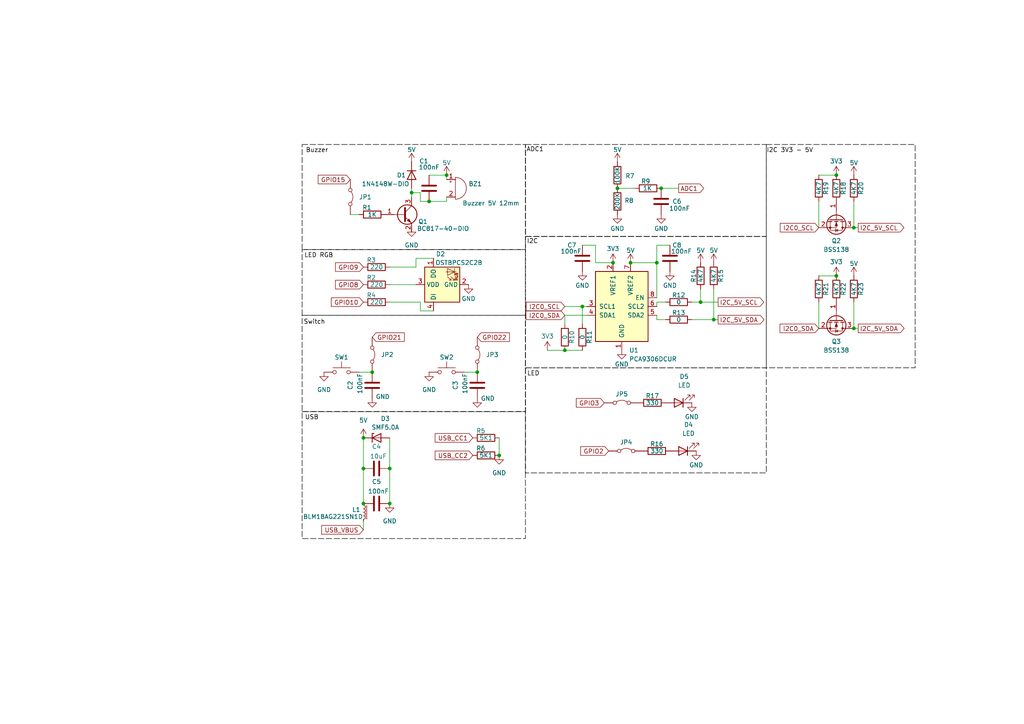
<source format=kicad_sch>
(kicad_sch (version 20250114) (generator "eeschema") (generator_version "9.0")
  (paper "A4")
  (title_block (title "Peripherals") (date "2025-10-26") (rev "1.0") (company "PKl"))
  (lib_symbols
    (symbol "Device:Buzzer" (pin_names (offset 0.0254) (hide yes))
      (property "Reference" "BZ" (at 3.81 1.27 0))
      (property "Value" "Buzzer" (at 3.81 -1.27 0))
      (symbol "Buzzer_0_1"
        (polyline (pts (xy -1.651 1.905) (xy -1.143 1.905)))
        (polyline (pts (xy -1.397 2.159) (xy -1.397 1.651)))
        (arc (start 0 3.175) (mid 3.1612 0) (end 0 -3.175))
        (polyline (pts (xy 0 3.175) (xy 0 -3.175)))
      )
      (symbol "Buzzer_1_1"
        (pin passive line (at -2.54 2.54 0) (length 2.54) (name "+") (number "1"))
        (pin passive line (at -2.54 -2.54 0) (length 2.54) (name "-") (number "2"))
      )
    )
    (symbol "Device:C" (pin_numbers (hide yes)) (pin_names (offset 0.254))
      (property "Reference" "C" (at 0.635 2.54 0))
      (property "Value" "C" (at 0.635 -2.54 0))
      (symbol "C_0_1"
        (polyline (pts (xy -2.032 0.762) (xy 2.032 0.762)) (stroke (width 0.508)))
        (polyline (pts (xy -2.032 -0.762) (xy 2.032 -0.762)) (stroke (width 0.508)))
      )
      (symbol "C_1_1"
        (pin passive line (at 0 3.81 270) (length 2.794) (name "~") (number "1"))
        (pin passive line (at 0 -3.81 90) (length 2.794) (name "~") (number "2"))
      )
    )
    (symbol "Device:LED" (pin_numbers (hide yes)) (pin_names (offset 1.016) (hide yes))
      (property "Reference" "D" (at 0 2.54 0))
      (property "Value" "LED" (at 0 -2.54 0))
      (symbol "LED_0_1"
        (polyline (pts (xy -3.048 -0.762) (xy -4.572 -2.286) (xy -3.81 -2.286) (xy -4.572 -2.286) (xy -4.572 -1.524)))
        (polyline (pts (xy -1.778 -0.762) (xy -3.302 -2.286) (xy -2.54 -2.286) (xy -3.302 -2.286) (xy -3.302 -1.524)))
        (polyline (pts (xy -1.27 0) (xy 1.27 0)))
        (polyline (pts (xy -1.27 -1.27) (xy -1.27 1.27)) (stroke (width 0.254)))
        (polyline (pts (xy 1.27 -1.27) (xy 1.27 1.27) (xy -1.27 0) (xy 1.27 -1.27)) (stroke (width 0.254)))
      )
      (symbol "LED_1_1"
        (pin passive line (at -3.81 0 0) (length 2.54) (name "K") (number "1"))
        (pin passive line (at 3.81 0 180) (length 2.54) (name "A") (number "2"))
      )
    )
    (symbol "Device:L_Ferrite_Small" (pin_numbers (hide yes)) (pin_names (offset 0.254) (hide yes))
      (property "Reference" "L" (at 1.27 1.016 0))
      (property "Value" "L_Ferrite_Small" (at 1.27 -1.27 0))
      (symbol "L_Ferrite_Small_0_1"
        (arc (start 0 2.032) (mid 0.5058 1.524) (end 0 1.016))
        (arc (start 0 1.016) (mid 0.5058 0.508) (end 0 0))
        (arc (start 0 0) (mid 0.5058 -0.508) (end 0 -1.016))
        (arc (start 0 -1.016) (mid 0.5058 -1.524) (end 0 -2.032))
        (polyline (pts (xy 0.762 1.651) (xy 0.762 1.905)))
        (polyline (pts (xy 0.762 1.143) (xy 0.762 1.397)))
        (polyline (pts (xy 0.762 0.635) (xy 0.762 0.889)))
        (polyline (pts (xy 0.762 0.127) (xy 0.762 0.381)))
        (polyline (pts (xy 0.762 -0.381) (xy 0.762 -0.127)))
        (polyline (pts (xy 0.762 -0.889) (xy 0.762 -0.635)))
        (polyline (pts (xy 0.762 -1.397) (xy 0.762 -1.143)))
        (polyline (pts (xy 0.762 -1.905) (xy 0.762 -1.651)))
        (polyline (pts (xy 1.016 1.905) (xy 1.016 1.651)))
        (polyline (pts (xy 1.016 1.397) (xy 1.016 1.143)))
        (polyline (pts (xy 1.016 0.889) (xy 1.016 0.635)))
        (polyline (pts (xy 1.016 0.381) (xy 1.016 0.127)))
        (polyline (pts (xy 1.016 -0.127) (xy 1.016 -0.381)))
        (polyline (pts (xy 1.016 -0.635) (xy 1.016 -0.889)))
        (polyline (pts (xy 1.016 -1.143) (xy 1.016 -1.397)))
        (polyline (pts (xy 1.016 -1.651) (xy 1.016 -1.905)))
      )
      (symbol "L_Ferrite_Small_1_1"
        (pin passive line (at 0 2.54 270) (length 0.508) (name "~") (number "1"))
        (pin passive line (at 0 -2.54 90) (length 0.508) (name "~") (number "2"))
      )
    )
    (symbol "Device:R" (pin_numbers (hide yes)) (pin_names (offset 0))
      (property "Reference" "R" (at 2.032 0 90))
      (property "Value" "R" (at 0 0 90))
      (symbol "R_0_1"
        (rectangle (start -1.016 -2.54) (end 1.016 2.54) (stroke (width 0.254)))
      )
      (symbol "R_1_1"
        (pin passive line (at 0 3.81 270) (length 1.27) (name "~") (number "1"))
        (pin passive line (at 0 -3.81 90) (length 1.27) (name "~") (number "2"))
      )
    )
    (symbol "Diode:1N4148W" (pin_numbers (hide yes)) (pin_names (hide yes))
      (property "Reference" "D" (at 0 2.54 0))
      (property "Value" "1N4148W" (at 0 -2.54 0))
      (symbol "1N4148W_0_1"
        (polyline (pts (xy -1.27 1.27) (xy -1.27 -1.27)) (stroke (width 0.254)))
        (polyline (pts (xy 1.27 1.27) (xy 1.27 -1.27) (xy -1.27 0) (xy 1.27 1.27)) (stroke (width 0.254)))
        (polyline (pts (xy 1.27 0) (xy -1.27 0)))
      )
      (symbol "1N4148W_1_1"
        (pin passive line (at -3.81 0 0) (length 2.54) (name "K") (number "1"))
        (pin passive line (at 3.81 0 180) (length 2.54) (name "A") (number "2"))
      )
    )
    (symbol "Diode:BZT52Bxx" (pin_numbers (hide yes)) (pin_names (hide yes))
      (property "Reference" "D" (at 0 2.54 0))
      (property "Value" "BZT52Bxx" (at 0 -2.54 0))
      (symbol "BZT52Bxx_0_1"
        (polyline (pts (xy -1.27 -1.27) (xy -1.27 1.27) (xy -0.762 1.27)) (stroke (width 0.254)))
        (polyline (pts (xy 1.27 0) (xy -1.27 0)))
        (polyline (pts (xy 1.27 -1.27) (xy 1.27 1.27) (xy -1.27 0) (xy 1.27 -1.27)) (stroke (width 0.254)))
      )
      (symbol "BZT52Bxx_1_1"
        (pin passive line (at -3.81 0 0) (length 2.54) (name "K") (number "1"))
        (pin passive line (at 3.81 0 180) (length 2.54) (name "A") (number "2"))
      )
    )
    (symbol "Interface:PCA9306" (pin_names (offset 1.016))
      (property "Reference" "U" (at -7.62 11.43 0))
      (property "Value" "PCA9306" (at 5.08 11.43 0))
      (symbol "PCA9306_0_1"
        (rectangle (start -7.62 10.16) (end 7.62 -10.16) (stroke (width 0.254)) (fill (type background)))
      )
      (symbol "PCA9306_1_1"
        (pin bidirectional line (at -10.16 0 0) (length 2.54) (name "SCL1") (number "3"))
        (pin bidirectional line (at -10.16 -2.54 0) (length 2.54) (name "SDA1") (number "4"))
        (pin power_in line (at -2.54 12.7 270) (length 2.54) (name "VREF1") (number "2"))
        (pin power_in line (at 0 -12.7 90) (length 2.54) (name "GND") (number "1"))
        (pin power_in line (at 2.54 12.7 270) (length 2.54) (name "VREF2") (number "7"))
        (pin input line (at 10.16 2.54 180) (length 2.54) (name "EN") (number "8"))
        (pin bidirectional line (at 10.16 0 180) (length 2.54) (name "SCL2") (number "6"))
        (pin bidirectional line (at 10.16 -2.54 180) (length 2.54) (name "SDA2") (number "5"))
      )
    )
    (symbol "Jumper:Jumper_2_Bridged" (pin_numbers (hide yes)) (pin_names (offset 0) (hide yes))
      (property "Reference" "JP" (at 0 1.905 0))
      (property "Value" "Jumper_2_Bridged" (at 0 -2.54 0))
      (symbol "Jumper_2_Bridged_0_0"
        (circle (center -2.032 0) (radius 0.508))
        (circle (center 2.032 0) (radius 0.508))
      )
      (symbol "Jumper_2_Bridged_0_1"
        (arc (start -1.524 0.254) (mid 0 0.762) (end 1.524 0.254))
      )
      (symbol "Jumper_2_Bridged_1_1"
        (pin passive line (at -5.08 0 0) (length 2.54) (name "A") (number "1"))
        (pin passive line (at 5.08 0 180) (length 2.54) (name "B") (number "2"))
      )
    )
    (symbol "LED:APA-106-F5"
      (property "Reference" "D" (at 5.08 5.715 0))
      (property "Value" "APA-106-F5" (at 1.27 -5.715 0))
      (symbol "APA-106-F5_0_0"
        (text "RGB" (at 2.286 -4.191 0) (effects (font (size 0.762 0.762))))
      )
      (symbol "APA-106-F5_0_1"
        (polyline (pts (xy 1.27 -2.54) (xy 1.778 -2.54)))
        (polyline (pts (xy 1.27 -3.556) (xy 1.778 -3.556)))
        (polyline (pts (xy 2.286 -1.524) (xy 1.27 -2.54) (xy 1.27 -2.032)))
        (polyline (pts (xy 2.286 -2.54) (xy 1.27 -3.556) (xy 1.27 -3.048)))
        (polyline (pts (xy 3.683 -1.016) (xy 3.683 -3.556) (xy 3.683 -4.064)))
        (polyline (pts (xy 4.699 -1.524) (xy 2.667 -1.524) (xy 3.683 -3.556) (xy 4.699 -1.524)))
        (polyline (pts (xy 4.699 -3.556) (xy 2.667 -3.556)))
        (rectangle (start 5.08 5.08) (end -5.08 -5.08) (stroke (width 0.254)) (fill (type background)))
      )
      (symbol "APA-106-F5_1_1"
        (pin input line (at -7.62 2.54 0) (length 2.54) (name "DI") (number "4"))
        (pin power_in line (at 0 7.62 270) (length 2.54) (name "VDD") (number "3"))
        (pin power_in line (at 0 -7.62 90) (length 2.54) (name "GND") (number "2"))
        (pin output line (at 7.62 2.54 180) (length 2.54) (name "DO") (number "1"))
      )
    )
    (symbol "Switch:SW_Push" (pin_numbers (hide yes)) (pin_names (offset 1.016) (hide yes))
      (property "Reference" "SW" (at 1.27 2.54 0))
      (property "Value" "SW_Push" (at 0 -1.524 0))
      (symbol "SW_Push_0_1"
        (circle (center -2.032 0) (radius 0.508))
        (polyline (pts (xy 0 1.27) (xy 0 3.048)))
        (circle (center 2.032 0) (radius 0.508))
        (polyline (pts (xy 2.54 1.27) (xy -2.54 1.27)))
        (pin passive line (at -5.08 0 0) (length 2.54) (name "1") (number "1"))
        (pin passive line (at 5.08 0 180) (length 2.54) (name "2") (number "2"))
      )
    )
    (symbol "Transistor_BJT:BC817" (pin_names (offset 0) (hide yes))
      (property "Reference" "Q" (at 5.08 1.905 0))
      (property "Value" "BC817" (at 5.08 0 0))
      (symbol "BC817_0_1"
        (polyline (pts (xy -2.54 0) (xy 0.635 0)))
        (polyline (pts (xy 0.635 1.905) (xy 0.635 -1.905)) (stroke (width 0.508)))
        (circle (center 1.27 0) (radius 2.8194) (stroke (width 0.254)))
      )
      (symbol "BC817_1_1"
        (polyline (pts (xy 0.635 0.635) (xy 2.54 2.54)))
        (polyline (pts (xy 0.635 -0.635) (xy 2.54 -2.54)))
        (polyline (pts (xy 1.27 -1.778) (xy 1.778 -1.27) (xy 2.286 -2.286) (xy 1.27 -1.778)) (fill (type outline)))
        (pin input line (at -5.08 0 0) (length 2.54) (name "B") (number "1"))
        (pin passive line (at 2.54 5.08 270) (length 2.54) (name "C") (number "3"))
        (pin passive line (at 2.54 -5.08 90) (length 2.54) (name "E") (number "2"))
      )
    )
    (symbol "Transistor_FET:BSS138" (pin_names (offset 0) (hide yes))
      (property "Reference" "Q" (at 5.08 1.905 0))
      (property "Value" "BSS138" (at 5.08 0 0))
      (symbol "BSS138_0_1"
        (polyline (pts (xy 0.254 1.905) (xy 0.254 -1.905)) (stroke (width 0.254)))
        (polyline (pts (xy 0.254 0) (xy -2.54 0)))
        (polyline (pts (xy 0.762 2.286) (xy 0.762 1.27)) (stroke (width 0.254)))
        (polyline (pts (xy 0.762 0.508) (xy 0.762 -0.508)) (stroke (width 0.254)))
        (polyline (pts (xy 0.762 -1.27) (xy 0.762 -2.286)) (stroke (width 0.254)))
        (polyline (pts (xy 0.762 -1.778) (xy 3.302 -1.778) (xy 3.302 1.778) (xy 0.762 1.778)))
        (polyline (pts (xy 1.016 0) (xy 2.032 0.381) (xy 2.032 -0.381) (xy 1.016 0)) (fill (type outline)))
        (circle (center 1.651 0) (radius 2.794) (stroke (width 0.254)))
        (polyline (pts (xy 2.54 2.54) (xy 2.54 1.778)))
        (circle (center 2.54 1.778) (radius 0.254) (fill (type outline)))
        (circle (center 2.54 -1.778) (radius 0.254) (fill (type outline)))
        (polyline (pts (xy 2.54 -2.54) (xy 2.54 0) (xy 0.762 0)))
        (polyline (pts (xy 2.921 0.381) (xy 3.683 0.381)))
        (polyline (pts (xy 3.302 0.381) (xy 2.921 -0.254) (xy 3.683 -0.254) (xy 3.302 0.381)))
      )
      (symbol "BSS138_1_1"
        (pin input line (at -5.08 0 0) (length 2.54) (name "G") (number "1"))
        (pin passive line (at 2.54 5.08 270) (length 2.54) (name "D") (number "3"))
        (pin passive line (at 2.54 -5.08 90) (length 2.54) (name "S") (number "2"))
      )
    )
    (symbol "power:+3.3V" (power) (pin_numbers (hide yes)) (pin_names (offset 0) (hide yes))
      (property "Value" "+3.3V" (at 0 3.556 0))
      (symbol "+3.3V_0_1"
        (polyline (pts (xy -0.762 1.27) (xy 0 2.54)))
        (polyline (pts (xy 0 2.54) (xy 0.762 1.27)))
        (polyline (pts (xy 0 0) (xy 0 2.54)))
      )
      (symbol "+3.3V_1_1"
        (pin power_in line (at 0 0 90) (length 0) (name "~") (number "1"))
      )
    )
    (symbol "power:+5V" (power) (pin_numbers (hide yes)) (pin_names (offset 0) (hide yes))
      (property "Value" "+5V" (at 0 3.556 0))
      (symbol "+5V_0_1"
        (polyline (pts (xy -0.762 1.27) (xy 0 2.54)))
        (polyline (pts (xy 0 2.54) (xy 0.762 1.27)))
        (polyline (pts (xy 0 0) (xy 0 2.54)))
      )
      (symbol "+5V_1_1"
        (pin power_in line (at 0 0 90) (length 0) (name "~") (number "1"))
      )
    )
    (symbol "power:GND" (power) (pin_numbers (hide yes)) (pin_names (offset 0) (hide yes))
      (property "Value" "GND" (at 0 -3.81 0))
      (symbol "GND_0_1"
        (polyline (pts (xy 0 0) (xy 0 -1.27) (xy 1.27 -1.27) (xy 0 -2.54) (xy -1.27 -1.27) (xy 0 -1.27)))
      )
      (symbol "GND_1_1"
        (pin power_in line (at 0 0 270) (length 0) (name "~") (number "1"))
      )
    )
  )
  (rectangle (start 87.63 119.38) (end 152.4 156.21) (stroke (width 0) (type dash) (color 0 0 0 1)))
  (rectangle (start 87.63 91.44) (end 152.4 119.38) (stroke (width 0) (type dash) (color 0 0 0 1)))
  (rectangle (start 222.25 41.91) (end 265.43 106.68) (stroke (width 0) (type dash) (color 0 0 0 1)))
  (rectangle (start 152.4 41.91) (end 222.25 68.58) (stroke (width 0) (type dash) (color 0 0 0 1)))
  (rectangle (start 87.63 72.39) (end 152.4 91.44) (stroke (width 0) (type dash) (color 0 0 0 1)))
  (rectangle (start 152.4 106.68) (end 222.25 137.16) (stroke (width 0) (type dash) (color 0 0 0 1)))
  (rectangle (start 87.63 41.91) (end 152.4 72.39) (stroke (width 0) (type dash) (color 0 0 0 1)))
  (rectangle (start 152.4 68.58) (end 222.25 106.68) (stroke (width 0) (type dash) (color 0 0 0 1)))
  (text "I2C 3V3 - 5V" (at 229.108 43.688 0) (effects (font (size 1.27 1.27))))
  (text "I2C" (at 154.432 70.104 0) (effects (font (size 1.27 1.27))))
  (text "LED RGB" (at 92.456 74.168 0) (effects (font (size 1.27 1.27))))
  (text "USB" (at 90.424 121.158 0) (effects (font (size 1.27 1.27))))
  (text "LED" (at 154.686 108.458 0) (effects (font (size 1.27 1.27))))
  (text "ADC1" (at 155.194 43.434 0) (effects (font (size 1.27 1.27))))
  (text "Buzzer" (at 91.948 43.688 0) (effects (font (size 1.27 1.27))))
  (text "Switch" (at 91.186 93.472 0) (effects (font (size 1.27 1.27))))
  (junction (at 179.07 54.61))
  (junction (at 107.95 107.95))
  (junction (at 163.83 101.6))
  (junction (at 105.41 135.89))
  (junction (at 191.77 54.61))
  (junction (at 129.54 50.8))
  (junction (at 113.03 146.05))
  (junction (at 138.43 107.95))
  (junction (at 168.91 88.9))
  (junction (at 177.8 76.2))
  (junction (at 124.46 58.42))
  (junction (at 105.41 127))
  (junction (at 247.65 66.04))
  (junction (at 203.2 87.63))
  (junction (at 119.38 55.88))
  (junction (at 190.5 76.2))
  (junction (at 207.01 92.71))
  (junction (at 182.88 76.2))
  (junction (at 242.57 80.01))
  (junction (at 105.41 146.05))
  (junction (at 144.78 132.08))
  (junction (at 242.57 50.8))
  (junction (at 113.03 135.89))
  (junction (at 247.65 95.25))
  (wire (pts (xy 163.83 88.9) (xy 168.91 88.9)))
  (wire (pts (xy 172.72 71.12) (xy 172.72 76.2)))
  (wire (pts (xy 182.88 76.2) (xy 190.5 76.2)))
  (wire (pts (xy 190.5 76.2) (xy 190.5 71.12)))
  (wire (pts (xy 203.2 87.63) (xy 200.66 87.63)))
  (wire (pts (xy 105.41 127) (xy 105.41 135.89)))
  (wire (pts (xy 168.91 88.9) (xy 170.18 88.9)))
  (wire (pts (xy 190.5 71.12) (xy 194.31 71.12)))
  (wire (pts (xy 120.65 77.47) (xy 113.03 77.47)))
  (wire (pts (xy 207.01 83.82) (xy 207.01 92.71)))
  (wire (pts (xy 124.46 58.42) (xy 121.92 58.42)))
  (wire (pts (xy 190.5 76.2) (xy 190.5 86.36)))
  (wire (pts (xy 163.83 91.44) (xy 163.83 93.98)))
  (wire (pts (xy 144.78 127) (xy 144.78 132.08)))
  (wire (pts (xy 107.95 107.95) (xy 104.14 107.95)))
  (wire (pts (xy 163.83 91.44) (xy 170.18 91.44)))
  (wire (pts (xy 237.49 87.63) (xy 237.49 95.25)))
  (wire (pts (xy 179.07 54.61) (xy 184.15 54.61)))
  (wire (pts (xy 203.2 83.82) (xy 203.2 87.63)))
  (wire (pts (xy 105.41 151.13) (xy 105.41 153.67)))
  (wire (pts (xy 163.83 101.6) (xy 168.91 101.6)))
  (wire (pts (xy 208.28 92.71) (xy 207.01 92.71)))
  (wire (pts (xy 200.66 92.71) (xy 207.01 92.71)))
  (wire (pts (xy 113.03 82.55) (xy 120.65 82.55)))
  (wire (pts (xy 121.92 58.42) (xy 121.92 55.88)))
  (wire (pts (xy 190.5 92.71) (xy 190.5 91.44)))
  (wire (pts (xy 190.5 87.63) (xy 193.04 87.63)))
  (wire (pts (xy 120.65 74.93) (xy 120.65 77.47)))
  (wire (pts (xy 129.54 58.42) (xy 129.54 57.15)))
  (wire (pts (xy 203.2 87.63) (xy 208.28 87.63)))
  (wire (pts (xy 113.03 135.89) (xy 113.03 146.05)))
  (wire (pts (xy 121.92 87.63) (xy 121.92 90.17)))
  (wire (pts (xy 168.91 88.9) (xy 168.91 93.98)))
  (wire (pts (xy 237.49 50.8) (xy 242.57 50.8)))
  (wire (pts (xy 247.65 58.42) (xy 247.65 66.04)))
  (wire (pts (xy 101.6 62.23) (xy 104.14 62.23)))
  (wire (pts (xy 247.65 95.25) (xy 248.92 95.25)))
  (wire (pts (xy 121.92 90.17) (xy 125.73 90.17)))
  (wire (pts (xy 119.38 67.31) (xy 119.38 66.04)))
  (wire (pts (xy 129.54 50.8) (xy 129.54 52.07)))
  (wire (pts (xy 129.54 50.8) (xy 124.46 50.8)))
  (wire (pts (xy 190.5 88.9) (xy 190.5 87.63)))
  (wire (pts (xy 113.03 127) (xy 113.03 135.89)))
  (wire (pts (xy 191.77 54.61) (xy 196.85 54.61)))
  (wire (pts (xy 119.38 54.61) (xy 119.38 55.88)))
  (wire (pts (xy 247.65 87.63) (xy 247.65 95.25)))
  (wire (pts (xy 105.41 135.89) (xy 105.41 146.05)))
  (wire (pts (xy 237.49 58.42) (xy 237.49 66.04)))
  (wire (pts (xy 158.75 101.6) (xy 163.83 101.6)))
  (wire (pts (xy 190.5 92.71) (xy 193.04 92.71)))
  (wire (pts (xy 172.72 71.12) (xy 168.91 71.12)))
  (wire (pts (xy 124.46 58.42) (xy 129.54 58.42)))
  (wire (pts (xy 119.38 57.15) (xy 119.38 55.88)))
  (wire (pts (xy 138.43 107.95) (xy 134.62 107.95)))
  (wire (pts (xy 121.92 55.88) (xy 119.38 55.88)))
  (wire (pts (xy 113.03 87.63) (xy 121.92 87.63)))
  (wire (pts (xy 247.65 66.04) (xy 248.92 66.04)))
  (wire (pts (xy 120.65 74.93) (xy 125.73 74.93)))
  (wire (pts (xy 177.8 76.2) (xy 172.72 76.2)))
  (wire (pts (xy 237.49 80.01) (xy 242.57 80.01)))
  (global_label "USB_CC1" (shape input) (at 137.16 127 180) (property "Intersheetrefs" "${INTERSHEET_REFS}" (effects (hide yes))))
  (global_label "USB_VBUS" (shape input) (at 105.41 153.67 180) (property "Intersheetrefs" "${INTERSHEET_REFS}" (effects (hide yes))))
  (global_label "ADC1" (shape output) (at 196.85 54.61 0) (property "Intersheetrefs" "${INTERSHEET_REFS}" (effects (hide yes))))
  (global_label "I2C0_SCL" (shape input) (at 237.49 66.04 180) (property "Intersheetrefs" "${INTERSHEET_REFS}" (effects (hide yes))))
  (global_label "I2C_5V_SCL" (shape output) (at 248.92 66.04 0) (property "Intersheetrefs" "${INTERSHEET_REFS}" (effects (hide yes))))
  (global_label "GPIO10" (shape input) (at 105.41 87.63 180) (property "Intersheetrefs" "${INTERSHEET_REFS}" (effects (hide yes))))
  (global_label "GPIO9" (shape input) (at 105.41 77.47 180) (property "Intersheetrefs" "${INTERSHEET_REFS}" (effects (hide yes))))
  (global_label "I2C0_SCL" (shape input) (at 163.83 88.9 180) (property "Intersheetrefs" "${INTERSHEET_REFS}" (effects (hide yes))))
  (global_label "GPIO22" (shape input) (at 138.43 97.79 0) (property "Intersheetrefs" "${INTERSHEET_REFS}" (effects (hide yes))))
  (global_label "USB_CC2" (shape input) (at 137.16 132.08 180) (property "Intersheetrefs" "${INTERSHEET_REFS}" (effects (hide yes))))
  (global_label "I2C0_SDA" (shape input) (at 163.83 91.44 180) (property "Intersheetrefs" "${INTERSHEET_REFS}" (effects (hide yes))))
  (global_label "GPIO3" (shape input) (at 175.26 116.84 180) (property "Intersheetrefs" "${INTERSHEET_REFS}" (effects (hide yes))))
  (global_label "I2C_5V_SCL" (shape output) (at 208.28 87.63 0) (property "Intersheetrefs" "${INTERSHEET_REFS}" (effects (hide yes))))
  (global_label "I2C_5V_SDA" (shape output) (at 248.92 95.25 0) (property "Intersheetrefs" "${INTERSHEET_REFS}" (effects (hide yes))))
  (global_label "I2C0_SDA" (shape input) (at 237.49 95.25 180) (property "Intersheetrefs" "${INTERSHEET_REFS}" (effects (hide yes))))
  (global_label "GPIO21" (shape input) (at 107.95 97.79 0) (property "Intersheetrefs" "${INTERSHEET_REFS}" (effects (hide yes))))
  (global_label "GPIO8" (shape input) (at 105.41 82.55 180) (property "Intersheetrefs" "${INTERSHEET_REFS}" (effects (hide yes))))
  (global_label "GPIO15" (shape input) (at 101.6 52.07 180) (property "Intersheetrefs" "${INTERSHEET_REFS}" (effects (hide yes))))
  (global_label "I2C_5V_SDA" (shape output) (at 208.28 92.71 0) (property "Intersheetrefs" "${INTERSHEET_REFS}" (effects (hide yes))))
  (global_label "GPIO2" (shape input) (at 176.53 130.81 180) (property "Intersheetrefs" "${INTERSHEET_REFS}" (effects (hide yes))))
  (symbol (lib_id "Device:Buzzer") (at 132.08 54.61 0) (unit 1)
    (property "Reference" "BZ1" (at 135.89 53.3399 0) (effects (justify left)))
    (property "Value" "Buzzer 5V 12mm" (at 134.112 58.928 0) (effects (justify left)))
    (property "Footprint" "Buzzer_Beeper:Buzzer_12x9.5RM7.6" (effects (hide yes)))
    (property "Description" "Buzzer, polarized" (effects (hide yes)))
  )
  (symbol (lib_id "Device:R") (at 140.97 132.08 270) (unit 1)
    (property "Reference" "R6" (at 139.446 130.048 90))
    (property "Value" "5K1" (at 140.97 132.08 90))
    (property "Footprint" "Resistor_SMD:R_0805_2012Metric" (effects (hide yes)))
    (property "Description" "Resistor" (effects (hide yes)))
  )
  (symbol (lib_id "Jumper:Jumper_2_Bridged") (at 138.43 102.87 270) (unit 1)
    (property "Reference" "JP3" (at 140.97 102.8699 90) (effects (justify left)))
    (property "Value" "Jumper_2_Bridged" (effects (hide yes)))
    (property "Footprint" "Connector_PinHeader_2.54mm:PinHeader_1x02_P2.54mm_Vertical" (effects (hide yes)))
    (property "Description" "Jumper, 2-pole, closed/bridged" (effects (hide yes)))
  )
  (symbol (lib_id "Device:C") (at 168.91 74.93 0) (unit 1)
    (property "Reference" "C7" (at 165.862 71.12 0))
    (property "Value" "100nF" (at 165.608 72.898 0))
    (property "Footprint" "Capacitor_SMD:C_0805_2012Metric" (effects (hide yes)))
    (property "Description" "Unpolarized capacitor" (effects (hide yes)))
  )
  (symbol (lib_id "power:+5V") (at 247.65 80.01 0) (unit 1)
    (property "Reference" "#PWR022" (effects (hide yes)))
    (property "Value" "5V" (at 247.65 76.454 0))
    (property "Description" "Power symbol creates a global label with name \"+5V\"" (effects (hide yes)))
  )
  (symbol (lib_id "Device:R") (at 196.85 87.63 270) (unit 1)
    (property "Reference" "R12" (at 196.85 85.598 90))
    (property "Value" "0" (at 196.85 87.63 90))
    (property "Footprint" "Resistor_SMD:R_0805_2012Metric" (effects (hide yes)))
    (property "Description" "Resistor" (effects (hide yes)))
  )
  (symbol (lib_id "Device:R") (at 187.96 54.61 270) (unit 1)
    (property "Reference" "R9" (at 185.928 52.578 90) (effects (justify left)))
    (property "Value" "1K" (at 186.436 54.61 90) (effects (justify left)))
    (property "Footprint" "Resistor_SMD:R_0805_2012Metric" (effects (hide yes)))
    (property "Description" "Resistor" (effects (hide yes)))
  )
  (symbol (lib_id "Device:R") (at 237.49 83.82 180) (unit 1)
    (property "Reference" "R21" (at 239.522 83.82 90))
    (property "Value" "4K7" (at 237.49 83.82 90))
    (property "Footprint" "Resistor_SMD:R_0805_2012Metric" (effects (hide yes)))
    (property "Description" "Resistor" (effects (hide yes)))
  )
  (symbol (lib_id "Device:R") (at 196.85 92.71 270) (unit 1)
    (property "Reference" "R13" (at 196.85 90.678 90))
    (property "Value" "0" (at 196.85 92.71 90))
    (property "Footprint" "Resistor_SMD:R_0805_2012Metric" (effects (hide yes)))
    (property "Description" "Resistor" (effects (hide yes)))
  )
  (symbol (lib_id "Device:R") (at 203.2 80.01 0) (unit 1)
    (property "Reference" "R14" (at 201.168 80.01 90))
    (property "Value" "4K7" (at 203.2 80.01 90))
    (property "Footprint" "Resistor_SMD:R_0805_2012Metric" (effects (hide yes)))
    (property "Description" "Resistor" (effects (hide yes)))
  )
  (symbol (lib_id "Diode:1N4148W") (at 119.38 50.8 270) (unit 1)
    (property "Reference" "D1" (at 115.062 50.8 90) (effects (justify left)))
    (property "Value" "1N4148W-DIO" (at 104.902 53.34 90) (effects (justify left)))
    (property "Footprint" "Diode_SMD:D_SOD-123F" (effects (hide yes)))
    (property "Datasheet" "https://www.vishay.com/docs/85748/1n4148w.pdf" (effects (hide yes)))
    (property "Description" "75V 0.15A Fast Switching Diode, SOD-123" (effects (hide yes)))
    (property "Sim.Device" "D" (effects (hide yes)))
    (property "Sim.Pins" "1=K 2=A" (effects (hide yes)))
  )
  (symbol (lib_id "Device:R") (at 179.07 58.42 0) (unit 1)
    (property "Reference" "R8" (at 181.102 58.166 0) (effects (justify left)))
    (property "Value" "200K" (at 179.07 60.96 90) (effects (justify left)))
    (property "Footprint" "Resistor_SMD:R_0805_2012Metric" (effects (hide yes)))
    (property "Description" "Resistor" (effects (hide yes)))
  )
  (symbol (lib_id "Device:C") (at 109.22 146.05 270) (unit 1)
    (property "Reference" "C5" (at 109.22 139.7 90))
    (property "Value" "100nF" (at 109.728 142.494 90))
    (property "Footprint" "Capacitor_SMD:C_0805_2012Metric" (effects (hide yes)))
    (property "Description" "Unpolarized capacitor" (effects (hide yes)))
  )
  (symbol (lib_id "power:GND") (at 93.98 107.95 0) (unit 1)
    (property "Reference" "#PWR037" (effects (hide yes)))
    (property "Value" "GND" (at 93.98 113.03 0))
    (property "Description" "Power symbol creates a global label with name \"GND\" , ground" (effects (hide yes)))
  )
  (symbol (lib_id "Jumper:Jumper_2_Bridged") (at 107.95 102.87 270) (unit 1)
    (property "Reference" "JP2" (at 110.49 102.8699 90) (effects (justify left)))
    (property "Value" "Jumper_2_Bridged" (effects (hide yes)))
    (property "Footprint" "Connector_PinHeader_2.54mm:PinHeader_1x02_P2.54mm_Vertical" (effects (hide yes)))
    (property "Description" "Jumper, 2-pole, closed/bridged" (effects (hide yes)))
  )
  (symbol (lib_id "power:GND") (at 179.07 62.23 0) (unit 1)
    (property "Reference" "#PWR082" (effects (hide yes)))
    (property "Value" "GND" (at 179.07 66.294 0))
    (property "Description" "Power symbol creates a global label with name \"GND\" , ground" (effects (hide yes)))
  )
  (symbol (lib_id "Device:R") (at 207.01 80.01 180) (unit 1)
    (property "Reference" "R15" (at 209.042 80.01 90))
    (property "Value" "4K7" (at 207.01 80.01 90))
    (property "Footprint" "Resistor_SMD:R_0805_2012Metric" (effects (hide yes)))
    (property "Description" "Resistor" (effects (hide yes)))
  )
  (symbol (lib_id "Device:R") (at 237.49 54.61 180) (unit 1)
    (property "Reference" "R19" (at 239.522 54.61 90))
    (property "Value" "4K7" (at 237.49 54.61 90))
    (property "Footprint" "Resistor_SMD:R_0805_2012Metric" (effects (hide yes)))
    (property "Description" "Resistor" (effects (hide yes)))
  )
  (symbol (lib_id "power:GND") (at 191.77 62.23 0) (unit 1)
    (property "Reference" "#PWR084" (effects (hide yes)))
    (property "Value" "GND" (at 191.77 66.294 0))
    (property "Description" "Power symbol creates a global label with name \"GND\" , ground" (effects (hide yes)))
  )
  (symbol (lib_id "Jumper:Jumper_2_Bridged") (at 101.6 57.15 270) (unit 1)
    (property "Reference" "JP1" (at 104.14 57.1499 90) (effects (justify left)))
    (property "Value" "Jumper_2_Bridged" (effects (hide yes)))
    (property "Footprint" "Connector_PinHeader_2.54mm:PinHeader_1x02_P2.54mm_Vertical" (effects (hide yes)))
    (property "Description" "Jumper, 2-pole, closed/bridged" (effects (hide yes)))
  )
  (symbol (lib_id "power:GND") (at 119.38 66.04 0) (unit 1)
    (property "Reference" "#PWR039" (effects (hide yes)))
    (property "Value" "GND" (at 119.38 71.12 0))
    (property "Description" "Power symbol creates a global label with name \"GND\" , ground" (effects (hide yes)))
  )
  (symbol (lib_id "Device:LED") (at 198.12 130.81 180) (unit 1)
    (property "Reference" "D4" (at 199.7075 123.19 0))
    (property "Value" "LED" (at 199.7075 125.73 0))
    (property "Footprint" "LED_SMD:LED_0805_2012Metric" (effects (hide yes)))
    (property "Description" "Light emitting diode" (effects (hide yes)))
    (property "Sim.Pins" "1=K 2=A" (effects (hide yes)))
  )
  (symbol (lib_id "Device:R") (at 109.22 77.47 270) (unit 1)
    (property "Reference" "R3" (at 107.696 75.438 90))
    (property "Value" "220" (at 109.22 77.47 90))
    (property "Footprint" "Resistor_SMD:R_0805_2012Metric" (effects (hide yes)))
    (property "Description" "Resistor" (effects (hide yes)))
  )
  (symbol (lib_id "power:GND") (at 135.89 82.55 0) (unit 1)
    (property "Reference" "#PWR036" (effects (hide yes)))
    (property "Value" "GND" (at 135.89 86.614 0))
    (property "Description" "Power symbol creates a global label with name \"GND\" , ground" (effects (hide yes)))
  )
  (symbol (lib_id "power:GND") (at 113.03 146.05 0) (unit 1)
    (property "Reference" "#PWR073" (effects (hide yes)))
    (property "Value" "GND" (at 113.03 151.13 0))
    (property "Description" "Power symbol creates a global label with name \"GND\" , ground" (effects (hide yes)))
  )
  (symbol (lib_id "power:+5V") (at 105.41 127 0) (unit 1)
    (property "Reference" "#PWR075" (effects (hide yes)))
    (property "Value" "5V" (at 105.41 121.92 0))
    (property "Description" "Power symbol creates a global label with name \"+5V\"" (effects (hide yes)))
  )
  (symbol (lib_id "Device:LED") (at 196.85 116.84 180) (unit 1)
    (property "Reference" "D5" (at 198.4375 109.22 0))
    (property "Value" "LED" (at 198.4375 111.76 0))
    (property "Footprint" "LED_SMD:LED_0805_2012Metric" (effects (hide yes)))
    (property "Description" "Light emitting diode" (effects (hide yes)))
    (property "Sim.Pins" "1=K 2=A" (effects (hide yes)))
  )
  (symbol (lib_id "Device:R") (at 247.65 54.61 180) (unit 1)
    (property "Reference" "R20" (at 249.682 54.61 90))
    (property "Value" "4K7" (at 247.65 54.61 90))
    (property "Footprint" "Resistor_SMD:R_0805_2012Metric" (effects (hide yes)))
    (property "Description" "Resistor" (effects (hide yes)))
  )
  (symbol (lib_id "power:GND") (at 107.95 115.57 0) (unit 1)
    (property "Reference" "#PWR076" (effects (hide yes)))
    (property "Value" "GND" (at 110.998 115.062 0))
    (property "Description" "Power symbol creates a global label with name \"GND\" , ground" (effects (hide yes)))
  )
  (symbol (lib_id "power:+5V") (at 182.88 76.2 0) (unit 1)
    (property "Reference" "#PWR088" (effects (hide yes)))
    (property "Value" "5V" (at 182.88 72.644 0))
    (property "Description" "Power symbol creates a global label with name \"+5V\"" (effects (hide yes)))
  )
  (symbol (lib_id "power:GND") (at 138.43 115.57 0) (unit 1)
    (property "Reference" "#PWR0106" (effects (hide yes)))
    (property "Value" "GND" (at 141.478 115.57 0))
    (property "Description" "Power symbol creates a global label with name \"GND\" , ground" (effects (hide yes)))
  )
  (symbol (lib_id "power:GND") (at 200.66 116.84 0) (unit 1)
    (property "Reference" "#PWR052" (effects (hide yes)))
    (property "Value" "GND" (at 200.66 120.904 0))
    (property "Description" "Power symbol creates a global label with name \"GND\" , ground" (effects (hide yes)))
  )
  (symbol (lib_id "Device:R") (at 140.97 127 270) (unit 1)
    (property "Reference" "R5" (at 139.446 124.968 90))
    (property "Value" "5K1" (at 140.97 127 90))
    (property "Footprint" "Resistor_SMD:R_0805_2012Metric" (effects (hide yes)))
    (property "Description" "Resistor" (effects (hide yes)))
  )
  (symbol (lib_id "Device:C") (at 138.43 111.76 0) (unit 1)
    (property "Reference" "C3" (at 132.08 111.76 90))
    (property "Value" "100nF" (at 134.874 111.252 90))
    (property "Footprint" "Capacitor_SMD:C_0805_2012Metric" (effects (hide yes)))
    (property "Description" "Unpolarized capacitor" (effects (hide yes)))
  )
  (symbol (lib_id "Device:R") (at 190.5 130.81 270) (unit 1)
    (property "Reference" "R16" (at 190.5 128.778 90))
    (property "Value" "330" (at 190.5 130.81 90))
    (property "Footprint" "Resistor_SMD:R_0805_2012Metric" (effects (hide yes)))
    (property "Description" "Resistor" (effects (hide yes)))
  )
  (symbol (lib_id "power:+3.3V") (at 177.8 76.2 0) (unit 1)
    (property "Reference" "#PWR087" (effects (hide yes)))
    (property "Value" "3V3" (at 177.8 72.136 0))
    (property "Description" "Power symbol creates a global label with name \"+3.3V\"" (effects (hide yes)))
  )
  (symbol (lib_id "power:GND") (at 180.34 101.6 0) (unit 1)
    (property "Reference" "#PWR086" (effects (hide yes)))
    (property "Value" "GND" (at 180.34 105.664 0))
    (property "Description" "Power symbol creates a global label with name \"GND\" , ground" (effects (hide yes)))
  )
  (symbol (lib_id "Device:R") (at 109.22 87.63 270) (unit 1)
    (property "Reference" "R4" (at 107.696 85.598 90))
    (property "Value" "220" (at 109.22 87.63 90))
    (property "Footprint" "Resistor_SMD:R_0805_2012Metric" (effects (hide yes)))
    (property "Description" "Resistor" (effects (hide yes)))
  )
  (symbol (lib_id "Transistor_FET:BSS138") (at 242.57 92.71 270) (unit 1)
    (property "Reference" "Q3" (at 242.57 99.06 90))
    (property "Value" "BSS138" (at 242.57 101.6 90))
    (property "Footprint" "Package_TO_SOT_SMD:SOT-23" (effects (hide yes)))
    (property "Datasheet" "https://www.onsemi.com/pub/Collateral/BSS138-D.PDF" (effects (hide yes)))
    (property "Description" "50V Vds, 0.22A Id, N-Channel MOSFET, SOT-23" (effects (hide yes)))
  )
  (symbol (lib_id "power:GND") (at 201.93 130.81 0) (unit 1)
    (property "Reference" "#PWR051" (effects (hide yes)))
    (property "Value" "GND" (at 201.93 134.874 0))
    (property "Description" "Power symbol creates a global label with name \"GND\" , ground" (effects (hide yes)))
  )
  (symbol (lib_id "Transistor_BJT:BC817") (at 116.84 62.23 0) (unit 1)
    (property "Reference" "Q1" (at 122.682 64.262 0))
    (property "Value" "BC817-40-DIO" (at 128.524 66.294 0))
    (property "Footprint" "Package_TO_SOT_SMD:SOT-23" (effects (hide yes)))
    (property "Datasheet" "https://www.onsemi.com/pub/Collateral/BC818-D.pdf" (effects (hide yes)))
    (property "Description" "0.8A Ic, 45V Vce, NPN Transistor, SOT-23" (effects (hide yes)))
  )
  (symbol (lib_id "Diode:BZT52Bxx") (at 109.22 127 0) (unit 1)
    (property "Reference" "D3" (at 111.76 121.412 0))
    (property "Value" "SMF5.0A" (at 111.76 123.952 0))
    (property "Footprint" "Diode_SMD:D_SOD-123F" (effects (hide yes)))
    (property "Datasheet" "https://diotec.com/tl_files/diotec/files/pdf/datasheets/bzt52b2v4.pdf" (effects (hide yes)))
    (property "Description" "500mW Zener Diode, SOD-123F" (effects (hide yes)))
  )
  (symbol (lib_id "Device:R") (at 107.95 62.23 270) (unit 1)
    (property "Reference" "R1" (at 106.426 60.198 90))
    (property "Value" "1K" (at 107.95 62.23 90))
    (property "Footprint" "Resistor_SMD:R_0805_2012Metric" (effects (hide yes)))
    (property "Description" "Resistor" (effects (hide yes)))
  )
  (symbol (lib_id "power:+5V") (at 129.54 50.8 0) (unit 1)
    (property "Reference" "#PWR034" (effects (hide yes)))
    (property "Value" "5V" (at 129.54 47.244 0))
    (property "Description" "Power symbol creates a global label with name \"+5V\"" (effects (hide yes)))
  )
  (symbol (lib_id "Device:L_Ferrite_Small") (at 105.41 148.59 0) (unit 1)
    (property "Reference" "L1" (at 102.108 147.828 0) (effects (justify left)))
    (property "Value" "BLM18AG221SN1D" (at 87.884 149.86 0) (effects (justify left)))
    (property "Footprint" "Inductor_SMD:L_0603_1608Metric" (effects (hide yes)))
    (property "Description" "Inductor with ferrite core, small symbol" (effects (hide yes)))
  )
  (symbol (lib_id "power:+5V") (at 207.01 76.2 0) (unit 1)
    (property "Reference" "#PWR090" (effects (hide yes)))
    (property "Value" "5V" (at 207.01 72.644 0))
    (property "Description" "Power symbol creates a global label with name \"+5V\"" (effects (hide yes)))
  )
  (symbol (lib_id "Device:R") (at 179.07 50.8 0) (unit 1)
    (property "Reference" "R7" (at 181.356 51.054 0) (effects (justify left)))
    (property "Value" "100K" (at 179.07 53.34 90) (effects (justify left)))
    (property "Footprint" "Resistor_SMD:R_0805_2012Metric" (effects (hide yes)))
    (property "Description" "Resistor" (effects (hide yes)))
  )
  (symbol (lib_id "power:+3.3V") (at 158.75 101.6 0) (unit 1)
    (property "Reference" "#PWR0120" (effects (hide yes)))
    (property "Value" "3V3" (at 158.75 97.536 0))
    (property "Description" "Power symbol creates a global label with name \"+3.3V\"" (effects (hide yes)))
  )
  (symbol (lib_id "power:GND") (at 124.46 107.95 0) (unit 1)
    (property "Reference" "#PWR033" (effects (hide yes)))
    (property "Value" "GND" (at 124.46 113.03 0))
    (property "Description" "Power symbol creates a global label with name \"GND\" , ground" (effects (hide yes)))
  )
  (symbol (lib_id "Device:R") (at 242.57 54.61 180) (unit 1)
    (property "Reference" "R18" (at 244.602 54.61 90))
    (property "Value" "4K7" (at 242.57 54.61 90))
    (property "Footprint" "Resistor_SMD:R_0805_2012Metric" (effects (hide yes)))
    (property "Description" "Resistor" (effects (hide yes)))
  )
  (symbol (lib_id "Device:R") (at 163.83 97.79 180) (unit 1)
    (property "Reference" "R10" (at 165.862 97.79 90))
    (property "Value" "0" (at 163.83 97.79 90))
    (property "Footprint" "Resistor_SMD:R_0805_2012Metric" (effects (hide yes)))
    (property "Description" "Resistor" (effects (hide yes)))
  )
  (symbol (lib_id "Transistor_FET:BSS138") (at 242.57 63.5 270) (unit 1)
    (property "Reference" "Q2" (at 242.57 69.85 90))
    (property "Value" "BSS138" (at 242.57 72.39 90))
    (property "Footprint" "Package_TO_SOT_SMD:SOT-23" (effects (hide yes)))
    (property "Datasheet" "https://www.onsemi.com/pub/Collateral/BSS138-D.PDF" (effects (hide yes)))
    (property "Description" "50V Vds, 0.22A Id, N-Channel MOSFET, SOT-23" (effects (hide yes)))
  )
  (symbol (lib_id "power:GND") (at 194.31 78.74 0) (unit 1)
    (property "Reference" "#PWR091" (effects (hide yes)))
    (property "Value" "GND" (at 194.31 82.804 0))
    (property "Description" "Power symbol creates a global label with name \"GND\" , ground" (effects (hide yes)))
  )
  (symbol (lib_id "power:+5V") (at 247.65 50.8 0) (unit 1)
    (property "Reference" "#PWR023" (effects (hide yes)))
    (property "Value" "5V" (at 247.65 47.244 0))
    (property "Description" "Power symbol creates a global label with name \"+5V\"" (effects (hide yes)))
  )
  (symbol (lib_id "Device:R") (at 189.23 116.84 270) (unit 1)
    (property "Reference" "R17" (at 189.23 114.808 90))
    (property "Value" "330" (at 189.23 116.84 90))
    (property "Footprint" "Resistor_SMD:R_0805_2012Metric" (effects (hide yes)))
    (property "Description" "Resistor" (effects (hide yes)))
  )
  (symbol (lib_id "Device:C") (at 191.77 58.42 0) (unit 1)
    (property "Reference" "C6" (at 196.342 58.42 0))
    (property "Value" "100nF" (at 197.104 60.452 0))
    (property "Footprint" "Capacitor_SMD:C_0805_2012Metric" (effects (hide yes)))
    (property "Description" "Unpolarized capacitor" (effects (hide yes)))
  )
  (symbol (lib_id "Switch:SW_Push") (at 129.54 107.95 0) (unit 1)
    (property "Reference" "SW2" (at 129.54 103.632 0))
    (property "Value" "Tact Switch 6x6mm / 13mm" (effects (hide yes)))
    (property "Footprint" "Button_Switch_THT:SW_PUSH_6mm" (effects (hide yes)))
    (property "Description" "Push button switch, generic, two pins" (effects (hide yes)))
  )
  (symbol (lib_id "Jumper:Jumper_2_Bridged") (at 180.34 116.84 0) (unit 1)
    (property "Reference" "JP5" (at 180.34 114.3 0))
    (property "Value" "Jumper_2_Bridged" (effects (hide yes)))
    (property "Footprint" "Connector_PinHeader_2.54mm:PinHeader_1x02_P2.54mm_Vertical" (effects (hide yes)))
    (property "Description" "Jumper, 2-pole, closed/bridged" (effects (hide yes)))
  )
  (symbol (lib_id "power:+5V") (at 119.38 46.99 0) (unit 1)
    (property "Reference" "#PWR038" (effects (hide yes)))
    (property "Value" "5V" (at 119.38 43.434 0))
    (property "Description" "Power symbol creates a global label with name \"+5V\"" (effects (hide yes)))
  )
  (symbol (lib_id "Interface:PCA9306") (at 180.34 88.9 0) (unit 1)
    (property "Reference" "U1" (at 182.4833 101.6 0) (effects (justify left)))
    (property "Value" "PCA9306DCUR" (at 182.4833 104.14 0) (effects (justify left)))
    (property "Footprint" "Package_SO:VSSOP-8_2.3x2mm_P0.5mm" (effects (hide yes)))
    (property "Datasheet" "http://www.ti.com/lit/ds/symlink/pca9306.pdf" (effects (hide yes)))
    (property "Description" "Dual bidirectional I2C Bus and SMBus voltage level translator" (effects (hide yes)))
  )
  (symbol (lib_id "power:+5V") (at 179.07 46.99 0) (unit 1)
    (property "Reference" "#PWR083" (effects (hide yes)))
    (property "Value" "5V" (at 179.07 43.434 0))
    (property "Description" "Power symbol creates a global label with name \"+5V\"" (effects (hide yes)))
  )
  (symbol (lib_id "Jumper:Jumper_2_Bridged") (at 181.61 130.81 0) (unit 1)
    (property "Reference" "JP4" (at 181.61 128.27 0))
    (property "Value" "Jumper_2_Bridged" (effects (hide yes)))
    (property "Footprint" "Connector_PinHeader_2.54mm:PinHeader_1x02_P2.54mm_Vertical" (effects (hide yes)))
    (property "Description" "Jumper, 2-pole, closed/bridged" (effects (hide yes)))
  )
  (symbol (lib_id "Device:R") (at 247.65 83.82 180) (unit 1)
    (property "Reference" "R23" (at 249.682 83.82 90))
    (property "Value" "4K7" (at 247.65 83.82 90))
    (property "Footprint" "Resistor_SMD:R_0805_2012Metric" (effects (hide yes)))
    (property "Description" "Resistor" (effects (hide yes)))
  )
  (symbol (lib_id "Device:C") (at 109.22 135.89 270) (unit 1)
    (property "Reference" "C4" (at 109.22 129.54 90))
    (property "Value" "10uF" (at 109.728 132.334 90))
    (property "Footprint" "Capacitor_SMD:C_0805_2012Metric" (effects (hide yes)))
    (property "Description" "Unpolarized capacitor" (effects (hide yes)))
  )
  (symbol (lib_id "Device:C") (at 124.46 54.61 180) (unit 1)
    (property "Reference" "C1" (at 122.936 46.736 0))
    (property "Value" "100nF" (at 124.46 48.514 0))
    (property "Footprint" "Capacitor_SMD:C_0805_2012Metric" (effects (hide yes)))
    (property "Description" "Unpolarized capacitor" (effects (hide yes)))
  )
  (symbol (lib_id "Device:R") (at 168.91 97.79 180) (unit 1)
    (property "Reference" "R11" (at 170.942 97.79 90))
    (property "Value" "0" (at 168.91 97.79 90))
    (property "Footprint" "Resistor_SMD:R_0805_2012Metric" (effects (hide yes)))
    (property "Description" "Resistor" (effects (hide yes)))
  )
  (symbol (lib_id "power:+3.3V") (at 242.57 80.01 0) (unit 1)
    (property "Reference" "#PWR029" (effects (hide yes)))
    (property "Value" "3V3" (at 242.57 75.946 0))
    (property "Description" "Power symbol creates a global label with name \"+3.3V\"" (effects (hide yes)))
  )
  (symbol (lib_id "power:+3.3V") (at 242.57 50.8 0) (unit 1)
    (property "Reference" "#PWR030" (effects (hide yes)))
    (property "Value" "3V3" (at 242.57 46.736 0))
    (property "Description" "Power symbol creates a global label with name \"+3.3V\"" (effects (hide yes)))
  )
  (symbol (lib_id "power:GND") (at 144.78 132.08 0) (unit 1)
    (property "Reference" "#PWR074" (effects (hide yes)))
    (property "Value" "GND" (at 144.78 137.16 0))
    (property "Description" "Power symbol creates a global label with name \"GND\" , ground" (effects (hide yes)))
  )
  (symbol (lib_id "power:+5V") (at 203.2 76.2 0) (unit 1)
    (property "Reference" "#PWR089" (effects (hide yes)))
    (property "Value" "5V" (at 203.2 72.644 0))
    (property "Description" "Power symbol creates a global label with name \"+5V\"" (effects (hide yes)))
  )
  (symbol (lib_id "power:GND") (at 168.91 78.74 0) (unit 1)
    (property "Reference" "#PWR092" (effects (hide yes)))
    (property "Value" "GND" (at 168.91 82.804 0))
    (property "Description" "Power symbol creates a global label with name \"GND\" , ground" (effects (hide yes)))
  )
  (symbol (lib_id "Device:R") (at 109.22 82.55 270) (unit 1)
    (property "Reference" "R2" (at 107.696 80.518 90))
    (property "Value" "220" (at 109.22 82.55 90))
    (property "Footprint" "Resistor_SMD:R_0805_2012Metric" (effects (hide yes)))
    (property "Description" "Resistor" (effects (hide yes)))
  )
  (symbol (lib_id "Switch:SW_Push") (at 99.06 107.95 0) (unit 1)
    (property "Reference" "SW1" (at 99.06 103.632 0))
    (property "Value" "Tact Switch 6x6mm / 13mm" (effects (hide yes)))
    (property "Footprint" "Button_Switch_THT:SW_PUSH_6mm" (effects (hide yes)))
    (property "Description" "Push button switch, generic, two pins" (effects (hide yes)))
  )
  (symbol (lib_id "LED:APA-106-F5") (at 128.27 82.55 90) (unit 1)
    (property "Reference" "D2" (at 127.762 73.66 90))
    (property "Value" "OSTBPCS2C2B" (at 133.096 76.2 90))
    (property "Footprint" "LED_SMD:LED_Avago_PLCC4_3.2x2.8mm_CW" (effects (hide yes)))
    (property "Datasheet" "https://cdn.sparkfun.com/datasheets/Components/LED/COM-12877.pdf" (effects (hide yes)))
    (property "Description" "RGB LED with integrated controller, 5mm Package" (effects (hide yes)))
  )
  (symbol (lib_id "Device:R") (at 242.57 83.82 180) (unit 1)
    (property "Reference" "R22" (at 244.602 83.82 90))
    (property "Value" "4K7" (at 242.57 83.82 90))
    (property "Footprint" "Resistor_SMD:R_0805_2012Metric" (effects (hide yes)))
    (property "Description" "Resistor" (effects (hide yes)))
  )
  (symbol (lib_id "Device:C") (at 194.31 74.93 0) (unit 1)
    (property "Reference" "C8" (at 196.342 71.12 0))
    (property "Value" "100nF" (at 197.612 72.898 0))
    (property "Footprint" "Capacitor_SMD:C_0805_2012Metric" (effects (hide yes)))
    (property "Description" "Unpolarized capacitor" (effects (hide yes)))
  )
  (symbol (lib_id "Device:C") (at 107.95 111.76 0) (unit 1)
    (property "Reference" "C2" (at 101.6 111.76 90))
    (property "Value" "100nF" (at 104.394 111.252 90))
    (property "Footprint" "Capacitor_SMD:C_0805_2012Metric" (effects (hide yes)))
    (property "Description" "Unpolarized capacitor" (effects (hide yes)))
  )
)
</source>
